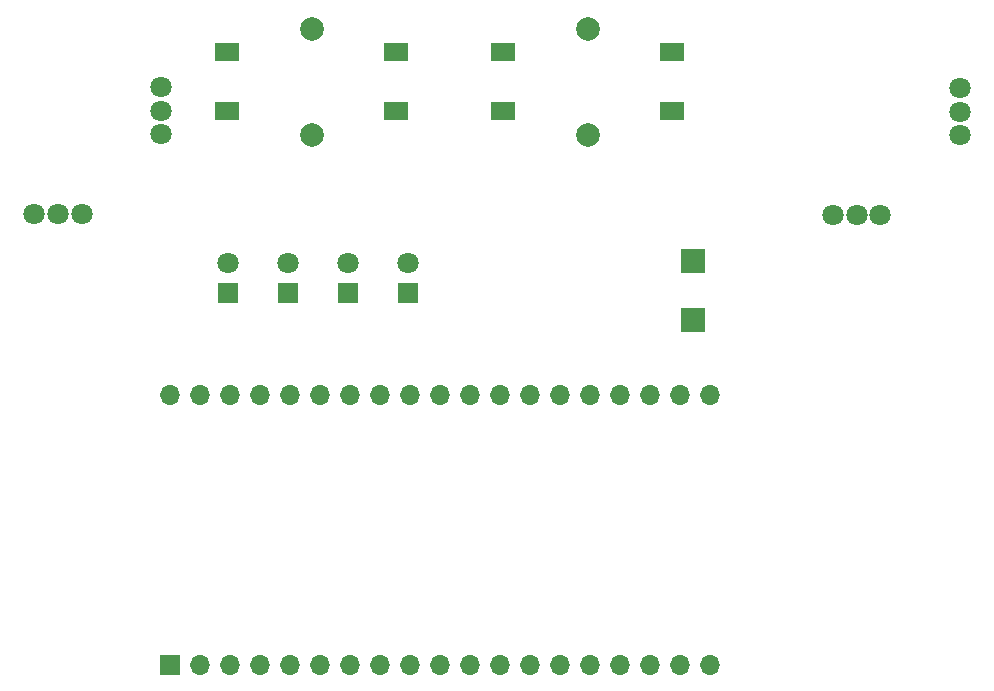
<source format=gbr>
%TF.GenerationSoftware,KiCad,Pcbnew,8.0.3*%
%TF.CreationDate,2024-08-21T11:04:36-06:00*%
%TF.ProjectId,controller,636f6e74-726f-46c6-9c65-722e6b696361,rev?*%
%TF.SameCoordinates,Original*%
%TF.FileFunction,Soldermask,Bot*%
%TF.FilePolarity,Negative*%
%FSLAX46Y46*%
G04 Gerber Fmt 4.6, Leading zero omitted, Abs format (unit mm)*
G04 Created by KiCad (PCBNEW 8.0.3) date 2024-08-21 11:04:36*
%MOMM*%
%LPD*%
G01*
G04 APERTURE LIST*
G04 Aperture macros list*
%AMOutline4P*
0 Free polygon, 4 corners , with rotation*
0 The origin of the aperture is its center*
0 number of corners: always 4*
0 $1 to $8 corner X, Y*
0 $9 Rotation angle, in degrees counterclockwise*
0 create outline with 4 corners*
4,1,4,$1,$2,$3,$4,$5,$6,$7,$8,$1,$2,$9*%
G04 Aperture macros list end*
%ADD10R,1.800000X1.800000*%
%ADD11C,1.800000*%
%ADD12R,1.700000X1.700000*%
%ADD13O,1.700000X1.700000*%
%ADD14Outline4P,-1.000000X-1.000000X1.000000X-1.000000X1.000000X1.000000X-1.000000X1.000000X270.000000*%
%ADD15C,2.000000*%
%ADD16R,2.000000X1.500000*%
G04 APERTURE END LIST*
D10*
%TO.C,D1*%
X104394000Y-80010000D03*
D11*
X104394000Y-77470000D03*
%TD*%
D12*
%TO.C,U3*%
X99515560Y-111504161D03*
D13*
X102055560Y-111504161D03*
X104595560Y-111504161D03*
X107135560Y-111504161D03*
X109675560Y-111504161D03*
X112215560Y-111504161D03*
X114755560Y-111504161D03*
X117295560Y-111504161D03*
X119835560Y-111504161D03*
X122375560Y-111504161D03*
X124915560Y-111504161D03*
X127455560Y-111504161D03*
X129995560Y-111504161D03*
X132535560Y-111504161D03*
X135075560Y-111504161D03*
X137615560Y-111504161D03*
X140155560Y-111504161D03*
X142695560Y-111504161D03*
X145235560Y-111504161D03*
X99512840Y-88644161D03*
X102052840Y-88644161D03*
X104592840Y-88644161D03*
X107132840Y-88644161D03*
X109672840Y-88644161D03*
X112212840Y-88644161D03*
X114752840Y-88644161D03*
X117292840Y-88644161D03*
X119832840Y-88644161D03*
X122372840Y-88644161D03*
X124912840Y-88644161D03*
X127452840Y-88644161D03*
X129992840Y-88644161D03*
X132532840Y-88644161D03*
X135072840Y-88644161D03*
X137612840Y-88644161D03*
X140152840Y-88644161D03*
X142692840Y-88644161D03*
X145232840Y-88644161D03*
%TD*%
D14*
%TO.C,J1*%
X143793000Y-82356000D03*
X143793000Y-77356000D03*
%TD*%
D10*
%TO.C,D4*%
X119634000Y-80010000D03*
D11*
X119634000Y-77470000D03*
%TD*%
D10*
%TO.C,D2*%
X109474000Y-80010000D03*
D11*
X109474000Y-77470000D03*
%TD*%
%TO.C,U1*%
X98780000Y-62630000D03*
X98780000Y-64630000D03*
X98780000Y-66630000D03*
X92030000Y-73380000D03*
X90030000Y-73380000D03*
X88030000Y-73380000D03*
%TD*%
D10*
%TO.C,D3*%
X114554000Y-80010000D03*
D11*
X114554000Y-77470000D03*
%TD*%
%TO.C,U2*%
X166413000Y-62699000D03*
X166413000Y-64699000D03*
X166413000Y-66699000D03*
X159663000Y-73449000D03*
X157663000Y-73449000D03*
X155663000Y-73449000D03*
%TD*%
D15*
%TO.C,SW2*%
X111506000Y-57658000D03*
X111506000Y-66658000D03*
D16*
X104356000Y-64658000D03*
X118656000Y-64658000D03*
X104356000Y-59658000D03*
X118656000Y-59658000D03*
%TD*%
D15*
%TO.C,SW1*%
X134874000Y-57658000D03*
X134874000Y-66658000D03*
D16*
X127724000Y-64658000D03*
X142024000Y-64658000D03*
X127724000Y-59658000D03*
X142024000Y-59658000D03*
%TD*%
M02*

</source>
